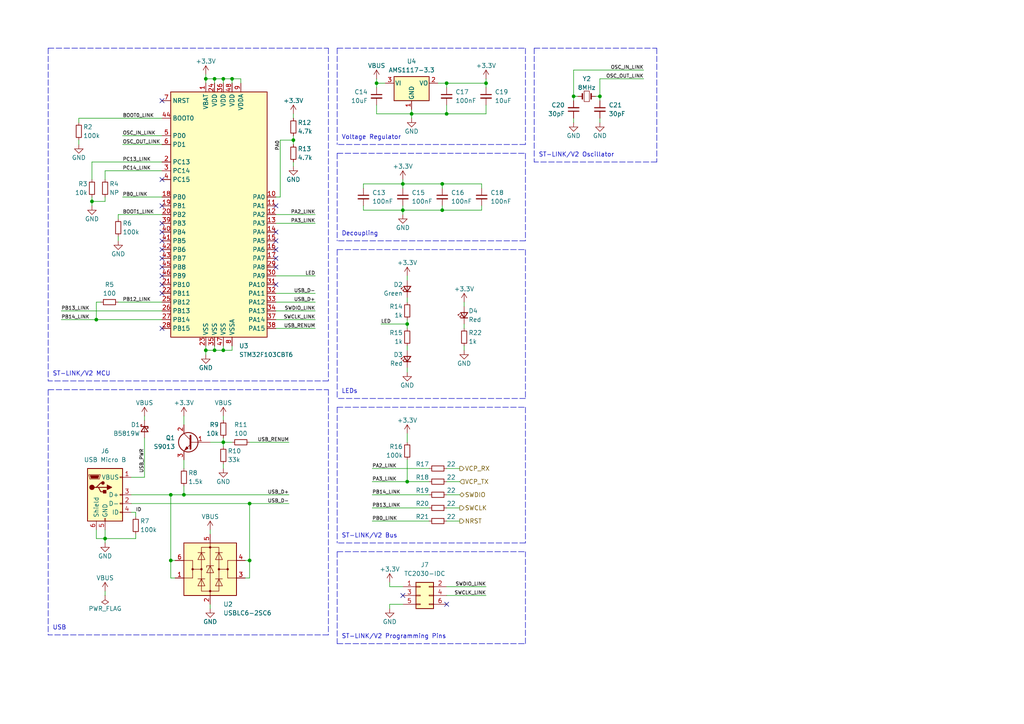
<source format=kicad_sch>
(kicad_sch (version 20211123) (generator eeschema)
  (paper "A4")
  (lib_symbols
    (symbol "Connector:USB_B_Micro" (pin_names (offset 1.016))
      (property "Reference" "J" (at -5.08 11.43 0))
      (property "Value" "USB_B_Micro" (at -5.08 8.89 0))
      (symbol "USB_B_Micro_0_1"
        (rectangle (start -5.08 -7.62) (end 5.08 7.62) (stroke (width 0.254)) (fill (type background)))
        (circle (center -3.81 2.159) (radius 0.635) (stroke (width 0.254)) (fill (type outline)))
        (circle (center -0.635 3.429) (radius 0.381) (stroke (width 0.254)) (fill (type outline)))
        (rectangle (start -0.127 -7.62) (end 0.127 -6.858))
        (polyline (pts (xy -1.905 2.159) (xy 0.635 2.159)) (stroke (width 0.254)))
        (polyline (pts (xy -3.175 2.159) (xy -2.54 2.159) (xy -1.27 3.429) (xy -0.635 3.429)) (stroke (width 0.254)))
        (polyline (pts (xy -2.54 2.159) (xy -1.905 2.159) (xy -1.27 0.889) (xy 0 0.889)) (stroke (width 0.254)))
        (polyline (pts (xy 0.635 2.794) (xy 0.635 1.524) (xy 1.905 2.159) (xy 0.635 2.794)) (stroke (width 0.254)) (fill (type outline)))
        (polyline (pts (xy -4.318 5.588) (xy -1.778 5.588) (xy -2.032 4.826) (xy -4.064 4.826) (xy -4.318 5.588)) (fill (type outline)))
        (polyline (pts (xy -4.699 5.842) (xy -4.699 5.588) (xy -4.445 4.826) (xy -4.445 4.572) (xy -1.651 4.572) (xy -1.651 4.826) (xy -1.397 5.588) (xy -1.397 5.842) (xy -4.699 5.842)))
        (rectangle (start 0.254 1.27) (end -0.508 0.508) (stroke (width 0.254)) (fill (type outline)))
        (rectangle (start 5.08 -5.207) (end 4.318 -4.953))
        (rectangle (start 5.08 -2.667) (end 4.318 -2.413))
        (rectangle (start 5.08 -0.127) (end 4.318 0.127))
        (rectangle (start 5.08 4.953) (end 4.318 5.207))
      )
      (symbol "USB_B_Micro_1_1"
        (pin power_out line (at 7.62 5.08 180) (length 2.54) (name "VBUS") (number "1"))
        (pin bidirectional line (at 7.62 -2.54 180) (length 2.54) (name "D-") (number "2"))
        (pin bidirectional line (at 7.62 0 180) (length 2.54) (name "D+") (number "3"))
        (pin passive line (at 7.62 -5.08 180) (length 2.54) (name "ID") (number "4"))
        (pin power_out line (at 0 -10.16 90) (length 2.54) (name "GND") (number "5"))
        (pin passive line (at -2.54 -10.16 90) (length 2.54) (name "Shield") (number "6"))
      )
    )
    (symbol "Connector_Generic:Conn_02x03_Odd_Even" (pin_names (offset 1.016) hide)
      (property "Reference" "J" (at 1.27 5.08 0))
      (property "Value" "Conn_02x03_Odd_Even" (at 1.27 -5.08 0))
      (symbol "Conn_02x03_Odd_Even_1_1"
        (rectangle (start -1.27 -2.413) (end 0 -2.667) (stroke (width 0.1524)))
        (rectangle (start -1.27 0.127) (end 0 -0.127) (stroke (width 0.1524)))
        (rectangle (start -1.27 2.667) (end 0 2.413) (stroke (width 0.1524)))
        (rectangle (start -1.27 3.81) (end 3.81 -3.81) (stroke (width 0.254)) (fill (type background)))
        (rectangle (start 3.81 -2.413) (end 2.54 -2.667) (stroke (width 0.1524)))
        (rectangle (start 3.81 0.127) (end 2.54 -0.127) (stroke (width 0.1524)))
        (rectangle (start 3.81 2.667) (end 2.54 2.413) (stroke (width 0.1524)))
        (pin passive line (at -5.08 2.54 0) (length 3.81) (name "Pin_1") (number "1"))
        (pin passive line (at 7.62 2.54 180) (length 3.81) (name "Pin_2") (number "2"))
        (pin passive line (at -5.08 0 0) (length 3.81) (name "Pin_3") (number "3"))
        (pin passive line (at 7.62 0 180) (length 3.81) (name "Pin_4") (number "4"))
        (pin passive line (at -5.08 -2.54 0) (length 3.81) (name "Pin_5") (number "5"))
        (pin passive line (at 7.62 -2.54 180) (length 3.81) (name "Pin_6") (number "6"))
      )
    )
    (symbol "Device:C_Small" (pin_numbers hide) (pin_names (offset 0.254) hide)
      (property "Reference" "C" (at 0.254 1.778 0))
      (property "Value" "C_Small" (at 0.254 -2.032 0))
      (symbol "C_Small_0_1"
        (polyline (pts (xy -1.524 -0.508) (xy 1.524 -0.508)) (stroke (width 0.3302)))
        (polyline (pts (xy -1.524 0.508) (xy 1.524 0.508)) (stroke (width 0.3048)))
      )
      (symbol "C_Small_1_1"
        (pin passive line (at 0 2.54 270) (length 2.032) (name "~") (number "1"))
        (pin passive line (at 0 -2.54 90) (length 2.032) (name "~") (number "2"))
      )
    )
    (symbol "Device:Crystal_Small" (pin_numbers hide) (pin_names (offset 1.016) hide)
      (property "Reference" "Y" (at 0 2.54 0))
      (property "Value" "Crystal_Small" (at 0 -2.54 0))
      (symbol "Crystal_Small_0_1"
        (rectangle (start -0.762 -1.524) (end 0.762 1.524))
        (polyline (pts (xy -1.27 -0.762) (xy -1.27 0.762)) (stroke (width 0.381)))
        (polyline (pts (xy 1.27 -0.762) (xy 1.27 0.762)) (stroke (width 0.381)))
      )
      (symbol "Crystal_Small_1_1"
        (pin passive line (at -2.54 0 0) (length 1.27) (name "1") (number "1"))
        (pin passive line (at 2.54 0 180) (length 1.27) (name "2") (number "2"))
      )
    )
    (symbol "Device:D_Schottky_Small" (pin_numbers hide) (pin_names (offset 0.254) hide)
      (property "Reference" "D" (at -1.27 2.032 0))
      (property "Value" "D_Schottky_Small" (at -7.112 -2.032 0))
      (symbol "D_Schottky_Small_0_1"
        (polyline (pts (xy -0.762 0) (xy 0.762 0)))
        (polyline (pts (xy 0.762 -1.016) (xy -0.762 0) (xy 0.762 1.016) (xy 0.762 -1.016)) (stroke (width 0.254)))
        (polyline (pts (xy -1.27 0.762) (xy -1.27 1.016) (xy -0.762 1.016) (xy -0.762 -1.016) (xy -0.254 -1.016) (xy -0.254 -0.762)) (stroke (width 0.254)))
      )
      (symbol "D_Schottky_Small_1_1"
        (pin passive line (at -2.54 0 0) (length 1.778) (name "K") (number "1"))
        (pin passive line (at 2.54 0 180) (length 1.778) (name "A") (number "2"))
      )
    )
    (symbol "Device:LED_Small" (pin_numbers hide) (pin_names (offset 0.254) hide)
      (property "Reference" "D" (at -1.27 3.175 0))
      (property "Value" "LED_Small" (at -4.445 -2.54 0))
      (symbol "LED_Small_0_1"
        (polyline (pts (xy -0.762 -1.016) (xy -0.762 1.016)) (stroke (width 0.254)))
        (polyline (pts (xy 1.016 0) (xy -0.762 0)))
        (polyline (pts (xy 0.762 -1.016) (xy -0.762 0) (xy 0.762 1.016) (xy 0.762 -1.016)) (stroke (width 0.254)))
        (polyline (pts (xy 0 0.762) (xy -0.508 1.27) (xy -0.254 1.27) (xy -0.508 1.27) (xy -0.508 1.016)))
        (polyline (pts (xy 0.508 1.27) (xy 0 1.778) (xy 0.254 1.778) (xy 0 1.778) (xy 0 1.524)))
      )
      (symbol "LED_Small_1_1"
        (pin passive line (at -2.54 0 0) (length 1.778) (name "K") (number "1"))
        (pin passive line (at 2.54 0 180) (length 1.778) (name "A") (number "2"))
      )
    )
    (symbol "Device:Q_NPN_BCE" (pin_names (offset 0) hide)
      (property "Reference" "Q" (at 5.08 1.27 0))
      (property "Value" "Q_NPN_BCE" (at 5.08 -1.27 0))
      (symbol "Q_NPN_BCE_0_1"
        (polyline (pts (xy 0.635 0.635) (xy 2.54 2.54)))
        (polyline (pts (xy 0.635 -0.635) (xy 2.54 -2.54) (xy 2.54 -2.54)))
        (polyline (pts (xy 0.635 1.905) (xy 0.635 -1.905) (xy 0.635 -1.905)) (stroke (width 0.508)))
        (polyline (pts (xy 1.27 -1.778) (xy 1.778 -1.27) (xy 2.286 -2.286) (xy 1.27 -1.778) (xy 1.27 -1.778)) (fill (type outline)))
        (circle (center 1.27 0) (radius 2.8194) (stroke (width 0.254)))
      )
      (symbol "Q_NPN_BCE_1_1"
        (pin input line (at -5.08 0 0) (length 5.715) (name "B") (number "1"))
        (pin passive line (at 2.54 5.08 270) (length 2.54) (name "C") (number "2"))
        (pin passive line (at 2.54 -5.08 90) (length 2.54) (name "E") (number "3"))
      )
    )
    (symbol "Device:R_Small" (pin_numbers hide) (pin_names (offset 0.254) hide)
      (property "Reference" "R" (at 0.762 0.508 0))
      (property "Value" "R_Small" (at 0.762 -1.016 0))
      (symbol "R_Small_0_1"
        (rectangle (start -0.762 1.778) (end 0.762 -1.778) (stroke (width 0.2032)))
      )
      (symbol "R_Small_1_1"
        (pin passive line (at 0 2.54 270) (length 0.762) (name "~") (number "1"))
        (pin passive line (at 0 -2.54 90) (length 0.762) (name "~") (number "2"))
      )
    )
    (symbol "MCU_ST_STM32F1:STM32F103CBTx"
      (property "Reference" "U" (at -15.24 36.83 0))
      (property "Value" "STM32F103CBTx" (at 7.62 36.83 0))
      (symbol "STM32F103CBTx_0_1"
        (rectangle (start -15.24 -35.56) (end 12.7 35.56) (stroke (width 0.254)) (fill (type background)))
      )
      (symbol "STM32F103CBTx_1_1"
        (pin power_in line (at -5.08 38.1 270) (length 2.54) (name "VBAT") (number "1"))
        (pin bidirectional line (at 15.24 5.08 180) (length 2.54) (name "PA0") (number "10"))
        (pin bidirectional line (at 15.24 2.54 180) (length 2.54) (name "PA1") (number "11"))
        (pin bidirectional line (at 15.24 0 180) (length 2.54) (name "PA2") (number "12"))
        (pin bidirectional line (at 15.24 -2.54 180) (length 2.54) (name "PA3") (number "13"))
        (pin bidirectional line (at 15.24 -5.08 180) (length 2.54) (name "PA4") (number "14"))
        (pin bidirectional line (at 15.24 -7.62 180) (length 2.54) (name "PA5") (number "15"))
        (pin bidirectional line (at 15.24 -10.16 180) (length 2.54) (name "PA6") (number "16"))
        (pin bidirectional line (at 15.24 -12.7 180) (length 2.54) (name "PA7") (number "17"))
        (pin bidirectional line (at -17.78 5.08 0) (length 2.54) (name "PB0") (number "18"))
        (pin bidirectional line (at -17.78 2.54 0) (length 2.54) (name "PB1") (number "19"))
        (pin bidirectional line (at -17.78 15.24 0) (length 2.54) (name "PC13") (number "2"))
        (pin bidirectional line (at -17.78 0 0) (length 2.54) (name "PB2") (number "20"))
        (pin bidirectional line (at -17.78 -20.32 0) (length 2.54) (name "PB10") (number "21"))
        (pin bidirectional line (at -17.78 -22.86 0) (length 2.54) (name "PB11") (number "22"))
        (pin power_in line (at -5.08 -38.1 90) (length 2.54) (name "VSS") (number "23"))
        (pin power_in line (at -2.54 38.1 270) (length 2.54) (name "VDD") (number "24"))
        (pin bidirectional line (at -17.78 -25.4 0) (length 2.54) (name "PB12") (number "25"))
        (pin bidirectional line (at -17.78 -27.94 0) (length 2.54) (name "PB13") (number "26"))
        (pin bidirectional line (at -17.78 -30.48 0) (length 2.54) (name "PB14") (number "27"))
        (pin bidirectional line (at -17.78 -33.02 0) (length 2.54) (name "PB15") (number "28"))
        (pin bidirectional line (at 15.24 -15.24 180) (length 2.54) (name "PA8") (number "29"))
        (pin bidirectional line (at -17.78 12.7 0) (length 2.54) (name "PC14") (number "3"))
        (pin bidirectional line (at 15.24 -17.78 180) (length 2.54) (name "PA9") (number "30"))
        (pin bidirectional line (at 15.24 -20.32 180) (length 2.54) (name "PA10") (number "31"))
        (pin bidirectional line (at 15.24 -22.86 180) (length 2.54) (name "PA11") (number "32"))
        (pin bidirectional line (at 15.24 -25.4 180) (length 2.54) (name "PA12") (number "33"))
        (pin bidirectional line (at 15.24 -27.94 180) (length 2.54) (name "PA13") (number "34"))
        (pin power_in line (at -2.54 -38.1 90) (length 2.54) (name "VSS") (number "35"))
        (pin power_in line (at 0 38.1 270) (length 2.54) (name "VDD") (number "36"))
        (pin bidirectional line (at 15.24 -30.48 180) (length 2.54) (name "PA14") (number "37"))
        (pin bidirectional line (at 15.24 -33.02 180) (length 2.54) (name "PA15") (number "38"))
        (pin bidirectional line (at -17.78 -2.54 0) (length 2.54) (name "PB3") (number "39"))
        (pin bidirectional line (at -17.78 10.16 0) (length 2.54) (name "PC15") (number "4"))
        (pin bidirectional line (at -17.78 -5.08 0) (length 2.54) (name "PB4") (number "40"))
        (pin bidirectional line (at -17.78 -7.62 0) (length 2.54) (name "PB5") (number "41"))
        (pin bidirectional line (at -17.78 -10.16 0) (length 2.54) (name "PB6") (number "42"))
        (pin bidirectional line (at -17.78 -12.7 0) (length 2.54) (name "PB7") (number "43"))
        (pin input line (at -17.78 27.94 0) (length 2.54) (name "BOOT0") (number "44"))
        (pin bidirectional line (at -17.78 -15.24 0) (length 2.54) (name "PB8") (number "45"))
        (pin bidirectional line (at -17.78 -17.78 0) (length 2.54) (name "PB9") (number "46"))
        (pin power_in line (at 0 -38.1 90) (length 2.54) (name "VSS") (number "47"))
        (pin power_in line (at 2.54 38.1 270) (length 2.54) (name "VDD") (number "48"))
        (pin input line (at -17.78 22.86 0) (length 2.54) (name "PD0") (number "5"))
        (pin input line (at -17.78 20.32 0) (length 2.54) (name "PD1") (number "6"))
        (pin input line (at -17.78 33.02 0) (length 2.54) (name "NRST") (number "7"))
        (pin power_in line (at 2.54 -38.1 90) (length 2.54) (name "VSSA") (number "8"))
        (pin power_in line (at 5.08 38.1 270) (length 2.54) (name "VDDA") (number "9"))
      )
    )
    (symbol "Power_Protection:USBLC6-2SC6" (pin_names hide)
      (property "Reference" "U" (at 2.54 8.89 0))
      (property "Value" "USBLC6-2SC6" (at 2.54 -8.89 0))
      (symbol "USBLC6-2SC6_0_1"
        (rectangle (start -7.62 -7.62) (end 7.62 7.62) (stroke (width 0.254)) (fill (type background)))
        (circle (center -5.08 0) (radius 0.254) (fill (type outline)))
        (circle (center -2.54 0) (radius 0.254) (fill (type outline)))
        (rectangle (start -2.54 6.35) (end 2.54 -6.35))
        (circle (center 0 -6.35) (radius 0.254) (fill (type outline)))
        (polyline (pts (xy -5.08 -2.54) (xy -7.62 -2.54)))
        (polyline (pts (xy -5.08 0) (xy -5.08 -2.54)))
        (polyline (pts (xy -5.08 2.54) (xy -7.62 2.54)))
        (polyline (pts (xy -1.524 -2.794) (xy -3.556 -2.794)))
        (polyline (pts (xy -1.524 4.826) (xy -3.556 4.826)))
        (polyline (pts (xy 0 -7.62) (xy 0 -6.35)))
        (polyline (pts (xy 0 -6.35) (xy 0 1.27)))
        (polyline (pts (xy 0 1.27) (xy 0 6.35)))
        (polyline (pts (xy 0 6.35) (xy 0 7.62)))
        (polyline (pts (xy 1.524 -2.794) (xy 3.556 -2.794)))
        (polyline (pts (xy 1.524 4.826) (xy 3.556 4.826)))
        (polyline (pts (xy 5.08 -2.54) (xy 7.62 -2.54)))
        (polyline (pts (xy 5.08 0) (xy 5.08 -2.54)))
        (polyline (pts (xy 5.08 2.54) (xy 7.62 2.54)))
        (polyline (pts (xy -2.54 0) (xy -5.08 0) (xy -5.08 2.54)))
        (polyline (pts (xy 2.54 0) (xy 5.08 0) (xy 5.08 2.54)))
        (polyline (pts (xy -3.556 -4.826) (xy -1.524 -4.826) (xy -2.54 -2.794) (xy -3.556 -4.826)))
        (polyline (pts (xy -3.556 2.794) (xy -1.524 2.794) (xy -2.54 4.826) (xy -3.556 2.794)))
        (polyline (pts (xy -1.016 -1.016) (xy 1.016 -1.016) (xy 0 1.016) (xy -1.016 -1.016)))
        (polyline (pts (xy 1.016 1.016) (xy 0.762 1.016) (xy -1.016 1.016) (xy -1.016 0.508)))
        (polyline (pts (xy 3.556 -4.826) (xy 1.524 -4.826) (xy 2.54 -2.794) (xy 3.556 -4.826)))
        (polyline (pts (xy 3.556 2.794) (xy 1.524 2.794) (xy 2.54 4.826) (xy 3.556 2.794)))
        (circle (center 0 6.35) (radius 0.254) (fill (type outline)))
        (circle (center 2.54 0) (radius 0.254) (fill (type outline)))
        (circle (center 5.08 0) (radius 0.254) (fill (type outline)))
      )
      (symbol "USBLC6-2SC6_1_1"
        (pin passive line (at -10.16 -2.54 0) (length 2.54) (name "I/O1") (number "1"))
        (pin passive line (at 0 -10.16 90) (length 2.54) (name "GND") (number "2"))
        (pin passive line (at 10.16 -2.54 180) (length 2.54) (name "I/O2") (number "3"))
        (pin passive line (at 10.16 2.54 180) (length 2.54) (name "I/O2") (number "4"))
        (pin passive line (at 0 10.16 270) (length 2.54) (name "VBUS") (number "5"))
        (pin passive line (at -10.16 2.54 0) (length 2.54) (name "I/O1") (number "6"))
      )
    )
    (symbol "Regulator_Linear:AMS1117-3.3" (pin_names (offset 0.254))
      (property "Reference" "U" (at -3.81 3.175 0))
      (property "Value" "AMS1117-3.3" (at 0 3.175 0))
      (symbol "AMS1117-3.3_0_1"
        (rectangle (start -5.08 -5.08) (end 5.08 1.905) (stroke (width 0.254)) (fill (type background)))
      )
      (symbol "AMS1117-3.3_1_1"
        (pin power_in line (at 0 -7.62 90) (length 2.54) (name "GND") (number "1"))
        (pin power_out line (at 7.62 0 180) (length 2.54) (name "VO") (number "2"))
        (pin power_in line (at -7.62 0 0) (length 2.54) (name "VI") (number "3"))
      )
    )
    (symbol "power:+3.3V" (power) (pin_names (offset 0))
      (property "Value" "+3.3V" (at 0 3.556 0))
      (symbol "+3.3V_0_1"
        (polyline (pts (xy -0.762 1.27) (xy 0 2.54)))
        (polyline (pts (xy 0 0) (xy 0 2.54)))
        (polyline (pts (xy 0 2.54) (xy 0.762 1.27)))
      )
      (symbol "+3.3V_1_1"
        (pin power_in line (at 0 0 90) (length 0) hide (name "+3.3V") (number "1"))
      )
    )
    (symbol "power:GND" (power) (pin_names (offset 0))
      (property "Value" "GND" (at 0 -3.81 0))
      (symbol "GND_0_1"
        (polyline (pts (xy 0 0) (xy 0 -1.27) (xy 1.27 -1.27) (xy 0 -2.54) (xy -1.27 -1.27) (xy 0 -1.27)))
      )
      (symbol "GND_1_1"
        (pin power_in line (at 0 0 270) (length 0) hide (name "GND") (number "1"))
      )
    )
    (symbol "power:PWR_FLAG" (power) (pin_numbers hide) (pin_names (offset 0) hide)
      (property "Value" "PWR_FLAG" (at 0 3.81 0))
      (symbol "PWR_FLAG_0_0"
        (pin power_out line (at 0 0 90) (length 0) (name "pwr") (number "1"))
      )
      (symbol "PWR_FLAG_0_1"
        (polyline (pts (xy 0 0) (xy 0 1.27) (xy -1.016 1.905) (xy 0 2.54) (xy 1.016 1.905) (xy 0 1.27)))
      )
    )
    (symbol "power:VBUS" (power) (pin_names (offset 0))
      (property "Value" "VBUS" (at 0 3.81 0))
      (symbol "VBUS_0_1"
        (polyline (pts (xy -0.762 1.27) (xy 0 2.54)))
        (polyline (pts (xy 0 0) (xy 0 2.54)))
        (polyline (pts (xy 0 2.54) (xy 0.762 1.27)))
      )
      (symbol "VBUS_1_1"
        (pin power_in line (at 0 0 90) (length 0) hide (name "VBUS") (number "1"))
      )
    )
  )
  (junction (at 49.53 143.51))
  (junction (at 64.77 128.27))
  (junction (at 62.23 101.6))
  (junction (at 116.84 60.96))
  (junction (at 118.11 139.7))
  (junction (at 30.48 156.21))
  (junction (at 129.54 24.13))
  (junction (at 62.23 22.86))
  (junction (at 109.22 24.13))
  (junction (at 85.09 40.64))
  (junction (at 26.67 58.42))
  (junction (at 173.99 27.94))
  (junction (at 72.39 162.56))
  (junction (at 129.54 33.02))
  (junction (at 166.37 27.94))
  (junction (at 59.69 101.6))
  (junction (at 128.27 53.34))
  (junction (at 67.31 22.86))
  (junction (at 64.77 22.86))
  (junction (at 53.34 143.51))
  (junction (at 119.38 33.02))
  (junction (at 27.94 92.71))
  (junction (at 64.77 101.6))
  (junction (at 72.39 146.05))
  (junction (at 49.53 162.56))
  (junction (at 59.69 22.86))
  (junction (at 118.11 93.98))
  (junction (at 140.97 24.13))
  (junction (at 116.84 53.34))
  (junction (at 128.27 60.96))
  (no_connect (at 46.99 85.09))
  (no_connect (at 116.84 172.72))
  (no_connect (at 46.99 72.39))
  (no_connect (at 46.99 82.55))
  (no_connect (at 129.54 175.26))
  (no_connect (at 80.01 69.85))
  (no_connect (at 46.99 59.69))
  (no_connect (at 80.01 77.47))
  (no_connect (at 46.99 74.93))
  (no_connect (at 46.99 95.25))
  (no_connect (at 46.99 67.31))
  (no_connect (at 46.99 64.77))
  (no_connect (at 80.01 67.31))
  (no_connect (at 80.01 72.39))
  (no_connect (at 80.01 59.69))
  (no_connect (at 46.99 80.01))
  (no_connect (at 80.01 82.55))
  (no_connect (at 46.99 29.21))
  (no_connect (at 80.01 74.93))
  (no_connect (at 46.99 69.85))
  (no_connect (at 46.99 77.47))
  (no_connect (at 46.99 52.07))
  (wire (pts (xy 85.09 40.64) (xy 85.09 41.91)))
  (wire (pts (xy 64.77 134.62) (xy 64.77 135.89)))
  (wire (pts (xy 80.01 87.63) (xy 91.44 87.63)))
  (wire (pts (xy 62.23 100.33) (xy 62.23 101.6)))
  (wire (pts (xy 173.99 22.86) (xy 173.99 27.94)))
  (wire (pts (xy 26.67 46.99) (xy 26.67 52.07)))
  (polyline (pts (xy 152.4 41.91) (xy 97.79 41.91)))
  (wire (pts (xy 27.94 92.71) (xy 46.99 92.71)))
  (wire (pts (xy 129.54 139.7) (xy 133.35 139.7)))
  (wire (pts (xy 62.23 22.86) (xy 64.77 22.86)))
  (polyline (pts (xy 152.4 118.11) (xy 152.4 157.48)))
  (wire (pts (xy 140.97 24.13) (xy 140.97 25.4)))
  (wire (pts (xy 59.69 100.33) (xy 59.69 101.6)))
  (wire (pts (xy 59.69 24.13) (xy 59.69 22.86)))
  (polyline (pts (xy 97.79 186.69) (xy 152.4 186.69)))
  (wire (pts (xy 39.37 148.59) (xy 39.37 149.86)))
  (wire (pts (xy 64.77 127) (xy 64.77 128.27)))
  (wire (pts (xy 116.84 60.96) (xy 116.84 62.23)))
  (wire (pts (xy 105.41 60.96) (xy 116.84 60.96)))
  (wire (pts (xy 118.11 133.35) (xy 118.11 139.7)))
  (wire (pts (xy 53.34 143.51) (xy 83.82 143.51)))
  (wire (pts (xy 118.11 100.33) (xy 118.11 101.6)))
  (polyline (pts (xy 190.5 13.97) (xy 190.5 46.99)))
  (wire (pts (xy 118.11 139.7) (xy 124.46 139.7)))
  (wire (pts (xy 186.69 20.32) (xy 166.37 20.32)))
  (wire (pts (xy 30.48 153.67) (xy 30.48 156.21)))
  (wire (pts (xy 72.39 146.05) (xy 83.82 146.05)))
  (wire (pts (xy 27.94 153.67) (xy 27.94 156.21)))
  (wire (pts (xy 116.84 52.07) (xy 116.84 53.34)))
  (wire (pts (xy 53.34 140.97) (xy 53.34 143.51)))
  (polyline (pts (xy 13.97 13.97) (xy 95.25 13.97)))
  (wire (pts (xy 53.34 133.35) (xy 53.34 135.89)))
  (polyline (pts (xy 97.79 160.02) (xy 152.4 160.02)))
  (polyline (pts (xy 95.25 184.15) (xy 13.97 184.15)))
  (wire (pts (xy 139.7 53.34) (xy 139.7 54.61)))
  (polyline (pts (xy 13.97 113.03) (xy 95.25 113.03)))
  (wire (pts (xy 17.78 90.17) (xy 46.99 90.17)))
  (polyline (pts (xy 97.79 118.11) (xy 97.79 157.48)))
  (wire (pts (xy 72.39 162.56) (xy 72.39 167.64)))
  (wire (pts (xy 64.77 128.27) (xy 67.31 128.27)))
  (wire (pts (xy 60.96 175.26) (xy 60.96 176.53)))
  (wire (pts (xy 129.54 135.89) (xy 133.35 135.89)))
  (wire (pts (xy 30.48 171.45) (xy 30.48 172.72)))
  (wire (pts (xy 85.09 39.37) (xy 85.09 40.64)))
  (wire (pts (xy 134.62 93.98) (xy 134.62 95.25)))
  (wire (pts (xy 49.53 162.56) (xy 49.53 167.64)))
  (wire (pts (xy 105.41 54.61) (xy 105.41 53.34)))
  (wire (pts (xy 41.91 120.65) (xy 41.91 121.92)))
  (wire (pts (xy 107.95 135.89) (xy 124.46 135.89)))
  (polyline (pts (xy 154.94 13.97) (xy 190.5 13.97)))
  (wire (pts (xy 59.69 101.6) (xy 59.69 102.87)))
  (wire (pts (xy 80.01 95.25) (xy 91.44 95.25)))
  (polyline (pts (xy 152.4 186.69) (xy 152.4 160.02)))
  (wire (pts (xy 109.22 30.48) (xy 109.22 33.02)))
  (wire (pts (xy 71.12 167.64) (xy 72.39 167.64)))
  (wire (pts (xy 30.48 49.53) (xy 30.48 52.07)))
  (wire (pts (xy 38.1 143.51) (xy 49.53 143.51)))
  (wire (pts (xy 107.95 139.7) (xy 118.11 139.7)))
  (wire (pts (xy 64.77 22.86) (xy 67.31 22.86)))
  (polyline (pts (xy 154.94 13.97) (xy 154.94 46.99)))
  (wire (pts (xy 53.34 120.65) (xy 53.34 123.19)))
  (wire (pts (xy 129.54 33.02) (xy 140.97 33.02)))
  (wire (pts (xy 26.67 46.99) (xy 46.99 46.99)))
  (wire (pts (xy 29.21 87.63) (xy 27.94 87.63)))
  (wire (pts (xy 166.37 27.94) (xy 167.64 27.94)))
  (wire (pts (xy 119.38 33.02) (xy 119.38 34.29)))
  (wire (pts (xy 67.31 101.6) (xy 67.31 100.33)))
  (wire (pts (xy 140.97 30.48) (xy 140.97 33.02)))
  (wire (pts (xy 116.84 170.18) (xy 113.03 170.18)))
  (wire (pts (xy 81.28 40.64) (xy 81.28 57.15)))
  (wire (pts (xy 173.99 34.29) (xy 173.99 35.56)))
  (wire (pts (xy 49.53 143.51) (xy 53.34 143.51)))
  (polyline (pts (xy 97.79 44.45) (xy 152.4 44.45)))
  (wire (pts (xy 17.78 92.71) (xy 27.94 92.71)))
  (wire (pts (xy 113.03 168.91) (xy 113.03 170.18)))
  (polyline (pts (xy 152.4 115.57) (xy 97.79 115.57)))
  (polyline (pts (xy 190.5 46.99) (xy 154.94 46.99)))
  (polyline (pts (xy 152.4 157.48) (xy 97.79 157.48)))
  (wire (pts (xy 64.77 22.86) (xy 64.77 24.13)))
  (wire (pts (xy 27.94 87.63) (xy 27.94 92.71)))
  (wire (pts (xy 49.53 143.51) (xy 49.53 162.56)))
  (wire (pts (xy 116.84 175.26) (xy 113.03 175.26)))
  (wire (pts (xy 67.31 22.86) (xy 67.31 24.13)))
  (wire (pts (xy 116.84 53.34) (xy 116.84 54.61)))
  (wire (pts (xy 50.8 167.64) (xy 49.53 167.64)))
  (wire (pts (xy 172.72 27.94) (xy 173.99 27.94)))
  (wire (pts (xy 30.48 156.21) (xy 39.37 156.21)))
  (wire (pts (xy 80.01 57.15) (xy 81.28 57.15)))
  (wire (pts (xy 60.96 128.27) (xy 64.77 128.27)))
  (polyline (pts (xy 97.79 13.97) (xy 97.79 41.91)))
  (wire (pts (xy 81.28 40.64) (xy 85.09 40.64)))
  (wire (pts (xy 22.86 34.29) (xy 22.86 35.56)))
  (wire (pts (xy 59.69 22.86) (xy 62.23 22.86)))
  (wire (pts (xy 34.29 68.58) (xy 34.29 69.85)))
  (polyline (pts (xy 97.79 160.02) (xy 97.79 186.69)))
  (wire (pts (xy 118.11 80.01) (xy 118.11 81.28)))
  (wire (pts (xy 38.1 148.59) (xy 39.37 148.59)))
  (wire (pts (xy 118.11 125.73) (xy 118.11 128.27)))
  (wire (pts (xy 109.22 24.13) (xy 109.22 25.4)))
  (wire (pts (xy 64.77 120.65) (xy 64.77 121.92)))
  (wire (pts (xy 35.56 57.15) (xy 46.99 57.15)))
  (wire (pts (xy 116.84 59.69) (xy 116.84 60.96)))
  (polyline (pts (xy 152.4 44.45) (xy 152.4 69.85)))
  (wire (pts (xy 129.54 151.13) (xy 133.35 151.13)))
  (wire (pts (xy 69.85 22.86) (xy 69.85 24.13)))
  (wire (pts (xy 22.86 40.64) (xy 22.86 41.91)))
  (wire (pts (xy 30.48 49.53) (xy 46.99 49.53)))
  (wire (pts (xy 67.31 22.86) (xy 69.85 22.86)))
  (wire (pts (xy 64.77 128.27) (xy 64.77 129.54)))
  (wire (pts (xy 64.77 101.6) (xy 67.31 101.6)))
  (wire (pts (xy 173.99 27.94) (xy 173.99 29.21)))
  (wire (pts (xy 116.84 53.34) (xy 128.27 53.34)))
  (wire (pts (xy 186.69 22.86) (xy 173.99 22.86)))
  (wire (pts (xy 166.37 34.29) (xy 166.37 35.56)))
  (wire (pts (xy 107.95 147.32) (xy 124.46 147.32)))
  (wire (pts (xy 60.96 153.67) (xy 60.96 154.94)))
  (polyline (pts (xy 97.79 72.39) (xy 97.79 115.57)))
  (wire (pts (xy 30.48 58.42) (xy 26.67 58.42)))
  (wire (pts (xy 27.94 156.21) (xy 30.48 156.21)))
  (wire (pts (xy 72.39 146.05) (xy 72.39 162.56)))
  (wire (pts (xy 118.11 106.68) (xy 118.11 107.95)))
  (wire (pts (xy 41.91 127) (xy 41.91 138.43)))
  (wire (pts (xy 35.56 39.37) (xy 46.99 39.37)))
  (polyline (pts (xy 97.79 118.11) (xy 152.4 118.11)))
  (wire (pts (xy 118.11 86.36) (xy 118.11 87.63)))
  (wire (pts (xy 139.7 60.96) (xy 139.7 59.69)))
  (wire (pts (xy 110.49 93.98) (xy 118.11 93.98)))
  (wire (pts (xy 38.1 138.43) (xy 41.91 138.43)))
  (wire (pts (xy 22.86 34.29) (xy 46.99 34.29)))
  (wire (pts (xy 30.48 156.21) (xy 30.48 157.48)))
  (polyline (pts (xy 97.79 44.45) (xy 97.79 69.85)))
  (wire (pts (xy 80.01 85.09) (xy 91.44 85.09)))
  (wire (pts (xy 113.03 175.26) (xy 113.03 176.53)))
  (wire (pts (xy 129.54 143.51) (xy 133.35 143.51)))
  (wire (pts (xy 85.09 33.02) (xy 85.09 34.29)))
  (polyline (pts (xy 152.4 72.39) (xy 152.4 115.57)))
  (wire (pts (xy 128.27 53.34) (xy 139.7 53.34)))
  (wire (pts (xy 62.23 22.86) (xy 62.23 24.13)))
  (polyline (pts (xy 95.25 110.49) (xy 13.97 110.49)))
  (polyline (pts (xy 13.97 13.97) (xy 13.97 110.49)))
  (wire (pts (xy 166.37 20.32) (xy 166.37 27.94)))
  (wire (pts (xy 166.37 29.21) (xy 166.37 27.94)))
  (wire (pts (xy 80.01 90.17) (xy 91.44 90.17)))
  (wire (pts (xy 127 24.13) (xy 129.54 24.13)))
  (wire (pts (xy 71.12 162.56) (xy 72.39 162.56)))
  (wire (pts (xy 116.84 60.96) (xy 128.27 60.96)))
  (wire (pts (xy 59.69 21.59) (xy 59.69 22.86)))
  (wire (pts (xy 26.67 57.15) (xy 26.67 58.42)))
  (wire (pts (xy 128.27 53.34) (xy 128.27 54.61)))
  (wire (pts (xy 49.53 162.56) (xy 50.8 162.56)))
  (wire (pts (xy 119.38 33.02) (xy 129.54 33.02)))
  (wire (pts (xy 30.48 57.15) (xy 30.48 58.42)))
  (wire (pts (xy 134.62 100.33) (xy 134.62 101.6)))
  (wire (pts (xy 80.01 64.77) (xy 91.44 64.77)))
  (polyline (pts (xy 95.25 13.97) (xy 95.25 110.49)))
  (polyline (pts (xy 97.79 13.97) (xy 152.4 13.97)))
  (wire (pts (xy 85.09 46.99) (xy 85.09 48.26)))
  (wire (pts (xy 128.27 59.69) (xy 128.27 60.96)))
  (wire (pts (xy 80.01 62.23) (xy 91.44 62.23)))
  (wire (pts (xy 107.95 151.13) (xy 124.46 151.13)))
  (wire (pts (xy 39.37 154.94) (xy 39.37 156.21)))
  (wire (pts (xy 35.56 41.91) (xy 46.99 41.91)))
  (polyline (pts (xy 13.97 113.03) (xy 13.97 184.15)))
  (wire (pts (xy 34.29 62.23) (xy 46.99 62.23)))
  (wire (pts (xy 107.95 143.51) (xy 124.46 143.51)))
  (polyline (pts (xy 97.79 72.39) (xy 152.4 72.39)))
  (wire (pts (xy 34.29 87.63) (xy 46.99 87.63)))
  (wire (pts (xy 129.54 147.32) (xy 133.35 147.32)))
  (wire (pts (xy 119.38 31.75) (xy 119.38 33.02)))
  (wire (pts (xy 34.29 62.23) (xy 34.29 63.5)))
  (wire (pts (xy 134.62 87.63) (xy 134.62 88.9)))
  (wire (pts (xy 129.54 170.18) (xy 140.97 170.18)))
  (wire (pts (xy 129.54 24.13) (xy 129.54 25.4)))
  (wire (pts (xy 129.54 30.48) (xy 129.54 33.02)))
  (polyline (pts (xy 95.25 113.03) (xy 95.25 184.15)))
  (polyline (pts (xy 152.4 13.97) (xy 152.4 41.91)))
  (wire (pts (xy 62.23 101.6) (xy 64.77 101.6)))
  (wire (pts (xy 26.67 58.42) (xy 26.67 59.69)))
  (wire (pts (xy 129.54 172.72) (xy 140.97 172.72)))
  (wire (pts (xy 72.39 128.27) (xy 83.82 128.27)))
  (polyline (pts (xy 152.4 69.85) (xy 97.79 69.85)))
  (wire (pts (xy 64.77 100.33) (xy 64.77 101.6)))
  (wire (pts (xy 80.01 92.71) (xy 91.44 92.71)))
  (wire (pts (xy 118.11 92.71) (xy 118.11 93.98)))
  (wire (pts (xy 59.69 101.6) (xy 62.23 101.6)))
  (wire (pts (xy 128.27 60.96) (xy 139.7 60.96)))
  (wire (pts (xy 80.01 80.01) (xy 91.44 80.01)))
  (wire (pts (xy 140.97 22.86) (xy 140.97 24.13)))
  (wire (pts (xy 118.11 93.98) (xy 118.11 95.25)))
  (wire (pts (xy 109.22 24.13) (xy 111.76 24.13)))
  (wire (pts (xy 105.41 59.69) (xy 105.41 60.96)))
  (wire (pts (xy 38.1 146.05) (xy 72.39 146.05)))
  (wire (pts (xy 119.38 33.02) (xy 109.22 33.02)))
  (wire (pts (xy 105.41 53.34) (xy 116.84 53.34)))
  (wire (pts (xy 109.22 22.86) (xy 109.22 24.13)))
  (wire (pts (xy 129.54 24.13) (xy 140.97 24.13)))
  (text "Voltage Regulator" (at 99.06 40.64 0) (effects (font (size 1.27 1.27)) (justify left bottom)))
  (text "ST-LINK/V2 Programming Pins" (at 99.06 185.42 0) (effects (font (size 1.27 1.27)) (justify left bottom)))
  (text "USB" (at 15.24 182.88 0) (effects (font (size 1.27 1.27)) (justify left bottom)))
  (text "ST-LINK/V2 MCU" (at 15.24 109.22 0) (effects (font (size 1.27 1.27)) (justify left bottom)))
  (text "ST-LINK/V2 Bus" (at 99.06 156.21 0) (effects (font (size 1.27 1.27)) (justify left bottom)))
  (text "LEDs" (at 99.06 114.3 0) (effects (font (size 1.27 1.27)) (justify left bottom)))
  (text "Decoupling" (at 99.06 68.58 0) (effects (font (size 1.27 1.27)) (justify left bottom)))
  (text "ST-LINK/V2 Oscillator" (at 156.21 45.72 0) (effects (font (size 1.27 1.27)) (justify left bottom)))
  (label "PB14_LINK" (at 107.95 143.51 0) (effects (font (size 1 1))))
  (label "PB14_LINK" (at 17.78 92.71 0) (effects (font (size 1 1))))
  (label "BOOT1_LINK" (at 35.56 62.23 0) (effects (font (size 1 1))))
  (label "USB_D-" (at 91.44 85.09 180) (effects (font (size 1 1))))
  (label "SWCLK_LINK" (at 91.44 92.71 180) (effects (font (size 1 1))))
  (label "SWCLK_LINK" (at 140.97 172.72 180) (effects (font (size 1 1))))
  (label "LED" (at 110.49 93.98 0) (effects (font (size 1 1))))
  (label "PB13_LINK" (at 107.95 147.32 0) (effects (font (size 1 1))))
  (label "USB_RENUM" (at 83.82 128.27 180) (effects (font (size 1 1))))
  (label "BOOT0_LINK" (at 35.56 34.29 0) (effects (font (size 1 1))))
  (label "PC13_LINK" (at 35.56 46.99 0) (effects (font (size 1 1))))
  (label "USB_D+" (at 83.82 143.51 180) (effects (font (size 1 1))))
  (label "OSC_OUT_LINK" (at 35.56 41.91 0) (effects (font (size 1 1))))
  (label "LED" (at 91.44 80.01 180) (effects (font (size 1 1))))
  (label "PA3_LINK" (at 107.95 139.7 0) (effects (font (size 1 1))))
  (label "SWDIO_LINK" (at 91.44 90.17 180) (effects (font (size 1 1))))
  (label "USB_D-" (at 83.82 146.05 180) (effects (font (size 1 1))))
  (label "PB0_LINK" (at 107.95 151.13 0) (effects (font (size 1 1))))
  (label "OSC_IN_LINK" (at 35.56 39.37 0) (effects (font (size 1 1))))
  (label "USB_RENUM" (at 91.44 95.25 180) (effects (font (size 1 1))))
  (label "PA0" (at 81.28 40.64 270) (effects (font (size 1 1))))
  (label "OSC_IN_LINK" (at 186.69 20.32 180) (effects (font (size 1 1))))
  (label "SWDIO_LINK" (at 140.97 170.18 180) (effects (font (size 1 1))))
  (label "PC14_LINK" (at 35.56 49.53 0) (effects (font (size 1 1))))
  (label "PB0_LINK" (at 35.56 57.15 0) (effects (font (size 1 1))))
  (label "PA3_LINK" (at 91.44 64.77 180) (effects (font (size 1 1))))
  (label "ID" (at 39.37 148.59 0) (effects (font (size 1 1))))
  (label "USB_PWR" (at 41.91 137.16 90) (effects (font (size 1 1))))
  (label "OSC_OUT_LINK" (at 186.69 22.86 180) (effects (font (size 1 1))))
  (label "PB12_LINK" (at 35.56 87.63 0) (effects (font (size 1 1))))
  (label "USB_D+" (at 91.44 87.63 180) (effects (font (size 1 1))))
  (label "PB13_LINK" (at 17.78 90.17 0) (effects (font (size 1 1))))
  (label "PA2_LINK" (at 107.95 135.89 0) (effects (font (size 1 1))))
  (label "PA2_LINK" (at 91.44 62.23 180) (effects (font (size 1 1))))
  (hierarchical_label "VCP_RX" (shape output) (at 133.35 135.89 0))
  (hierarchical_label "VCP_TX" (shape input) (at 133.35 139.7 0))
  (hierarchical_label "SWCLK" (shape output) (at 133.35 147.32 0))
  (hierarchical_label "NRST" (shape output) (at 133.35 151.13 0))
  (hierarchical_label "SWDIO" (shape bidirectional) (at 133.35 143.51 0))
  (symbol (lib_id "Device:C_Small") (at 139.7 57.15 0) (unit 1)
    (property "Reference" "C18" (at 142.24 55.88 0) (effects (justify left)))
    (property "Value" "100nF" (at 142.24 58.42 0) (effects (justify left)))
    (property "Footprint" "Capacitor_SMD:C_0603_1608Metric" (effects hide))
  )
  (symbol (lib_id "Device:R_Small") (at 22.86 38.1 0) (unit 1)
    (property "Reference" "R2" (at 24.13 36.83 0) (effects (justify left)))
    (property "Value" "100k" (at 24.13 39.37 0) (effects (justify left)))
    (property "Footprint" "Resistor_SMD:R_0603_1608Metric" (effects hide))
  )
  (symbol (lib_id "power:PWR_FLAG") (at 30.48 172.72 0) (mirror x) (unit 1)
    (property "Reference" "#FLG03" (effects hide))
    (property "Value" "PWR_FLAG" (at 30.48 176.53 0))
  )
  (symbol (lib_id "power:GND") (at 60.96 176.53 0) (unit 1)
    (property "Reference" "#PWR036" (effects hide))
    (property "Value" "GND" (at 60.96 180.34 0))
  )
  (symbol (lib_id "Device:LED_Small") (at 118.11 83.82 90) (unit 1)
    (property "Reference" "D2" (at 116.84 82.55 90) (effects (justify left)))
    (property "Value" "Green" (at 116.84 85.09 90) (effects (justify left)))
    (property "Footprint" "LED_SMD:LED_0603_1608Metric" (effects hide))
    (property "LCSC" "C72043" (effects hide))
  )
  (symbol (lib_id "Device:R_Small") (at 34.29 66.04 0) (unit 1)
    (property "Reference" "R6" (at 35.56 64.77 0) (effects (justify left)))
    (property "Value" "100k" (at 35.56 67.31 0) (effects (justify left)))
    (property "Footprint" "Resistor_SMD:R_0603_1608Metric" (effects hide))
  )
  (symbol (lib_id "power:+3.3V") (at 118.11 125.73 0) (unit 1)
    (property "Reference" "#PWR048" (effects hide))
    (property "Value" "+3.3V" (at 118.11 121.92 0))
  )
  (symbol (lib_id "Connector_Generic:Conn_02x03_Odd_Even") (at 121.92 172.72 0) (unit 1) (in_bom no)
    (property "Reference" "J7" (at 123.19 163.83 0))
    (property "Value" "TC2030-IDC" (at 123.19 166.37 0))
    (property "Footprint" "Connector:Tag-Connect_TC2030-IDC-NL_2x03_P1.27mm_Vertical" (effects hide))
  )
  (symbol (lib_id "Device:R_Small") (at 127 151.13 90) (unit 1)
    (property "Reference" "R21" (at 124.46 149.86 90) (effects (justify left)))
    (property "Value" "22" (at 129.54 149.86 90) (effects (justify right)))
    (property "Footprint" "Resistor_SMD:R_0603_1608Metric" (effects hide))
  )
  (symbol (lib_id "Device:R_Small") (at 127 135.89 90) (unit 1)
    (property "Reference" "R17" (at 124.46 134.62 90) (effects (justify left)))
    (property "Value" "22" (at 129.54 134.62 90) (effects (justify right)))
    (property "Footprint" "Resistor_SMD:R_0603_1608Metric" (effects hide))
  )
  (symbol (lib_id "power:GND") (at 85.09 48.26 0) (unit 1)
    (property "Reference" "#PWR040" (effects hide))
    (property "Value" "GND" (at 85.09 52.07 0))
  )
  (symbol (lib_id "Device:R_Small") (at 64.77 132.08 0) (unit 1)
    (property "Reference" "R10" (at 66.04 130.81 0) (effects (justify left)))
    (property "Value" "33k" (at 66.04 133.35 0) (effects (justify left)))
    (property "Footprint" "Resistor_SMD:R_0603_1608Metric" (effects hide))
  )
  (symbol (lib_id "power:GND") (at 118.11 107.95 0) (unit 1)
    (property "Reference" "#PWR047" (effects hide))
    (property "Value" "GND" (at 118.11 111.76 0))
  )
  (symbol (lib_id "power:GND") (at 26.67 59.69 0) (unit 1)
    (property "Reference" "#PWR027" (effects hide))
    (property "Value" "GND" (at 26.67 63.5 0))
  )
  (symbol (lib_id "Device:R_Small") (at 85.09 44.45 0) (unit 1)
    (property "Reference" "R13" (at 86.36 43.18 0) (effects (justify left)))
    (property "Value" "4.7k" (at 86.36 45.72 0) (effects (justify left)))
    (property "Footprint" "Resistor_SMD:R_0603_1608Metric" (effects hide))
  )
  (symbol (lib_id "Device:C_Small") (at 128.27 57.15 0) (unit 1)
    (property "Reference" "C16" (at 130.81 55.88 0) (effects (justify left)))
    (property "Value" "100nF" (at 130.81 58.42 0) (effects (justify left)))
    (property "Footprint" "Capacitor_SMD:C_0603_1608Metric" (effects hide))
  )
  (symbol (lib_id "Device:R_Small") (at 53.34 138.43 0) (unit 1)
    (property "Reference" "R8" (at 54.61 137.16 0) (effects (justify left)))
    (property "Value" "1.5k" (at 54.61 139.7 0) (effects (justify left)))
    (property "Footprint" "Resistor_SMD:R_0603_1608Metric" (effects hide))
  )
  (symbol (lib_id "power:GND") (at 119.38 34.29 0) (unit 1)
    (property "Reference" "#PWR049" (effects hide))
    (property "Value" "GND" (at 119.38 38.1 0))
  )
  (symbol (lib_id "power:GND") (at 22.86 41.91 0) (unit 1)
    (property "Reference" "#PWR026" (effects hide))
    (property "Value" "GND" (at 22.86 45.72 0))
  )
  (symbol (lib_id "power:+3.3V") (at 53.34 120.65 0) (unit 1)
    (property "Reference" "#PWR032" (effects hide))
    (property "Value" "+3.3V" (at 53.34 116.84 0))
  )
  (symbol (lib_id "power:VBUS") (at 30.48 171.45 0) (unit 1)
    (property "Reference" "#PWR029" (effects hide))
    (property "Value" "VBUS" (at 30.48 167.64 0))
  )
  (symbol (lib_id "Connector:USB_B_Micro") (at 30.48 143.51 0) (unit 1)
    (property "Reference" "J6" (at 30.48 130.81 0))
    (property "Value" "USB Micro B" (at 30.48 133.35 0))
    (property "Footprint" "Connector_USB:USB_Micro-B_Molex-105017-0001" (effects hide))
    (property "Datasheet" "https://www.molex.com/pdm_docs/sd/1050170001_sd.pdf" (effects hide))
    (property "LCSC" "C136000" (effects hide))
  )
  (symbol (lib_id "Device:R_Small") (at 26.67 54.61 0) (mirror x) (unit 1)
    (property "Reference" "R3" (at 25.4 53.34 0) (effects (justify right)))
    (property "Value" "10k" (at 25.4 55.88 0) (effects (justify right)))
    (property "Footprint" "Resistor_SMD:R_0603_1608Metric" (effects hide))
  )
  (symbol (lib_id "power:GND") (at 30.48 157.48 0) (unit 1)
    (property "Reference" "#PWR028" (effects hide))
    (property "Value" "GND" (at 30.48 161.29 0))
  )
  (symbol (lib_id "power:+3.3V") (at 113.03 168.91 0) (unit 1)
    (property "Reference" "#PWR042" (effects hide))
    (property "Value" "+3.3V" (at 113.03 165.1 0))
  )
  (symbol (lib_id "Device:Q_NPN_BCE") (at 55.88 128.27 0) (mirror y) (unit 1)
    (property "Reference" "Q1" (at 50.8 127 0) (effects (justify left)))
    (property "Value" "S9013" (at 50.8 129.54 0) (effects (justify left)))
    (property "Footprint" "Package_TO_SOT_SMD:SOT-23" (effects hide))
    (property "LCSC" "C6749" (effects hide))
  )
  (symbol (lib_id "power:GND") (at 166.37 35.56 0) (unit 1)
    (property "Reference" "#PWR053" (effects hide))
    (property "Value" "GND" (at 166.37 39.37 0))
  )
  (symbol (lib_id "power:VBUS") (at 64.77 120.65 0) (unit 1)
    (property "Reference" "#PWR037" (effects hide))
    (property "Value" "VBUS" (at 64.77 116.84 0))
  )
  (symbol (lib_id "Device:C_Small") (at 116.84 57.15 0) (unit 1)
    (property "Reference" "C15" (at 119.38 55.88 0) (effects (justify left)))
    (property "Value" "100nF" (at 119.38 58.42 0) (effects (justify left)))
    (property "Footprint" "Capacitor_SMD:C_0603_1608Metric" (effects hide))
  )
  (symbol (lib_id "Device:R_Small") (at 118.11 90.17 180) (unit 1)
    (property "Reference" "R14" (at 116.84 88.9 0) (effects (justify left)))
    (property "Value" "1k" (at 116.84 91.44 0) (effects (justify left)))
    (property "Footprint" "Resistor_SMD:R_0603_1608Metric" (effects hide))
  )
  (symbol (lib_id "power:GND") (at 64.77 135.89 0) (unit 1)
    (property "Reference" "#PWR038" (effects hide))
    (property "Value" "GND" (at 64.77 139.7 0))
  )
  (symbol (lib_id "power:VBUS") (at 60.96 153.67 0) (unit 1)
    (property "Reference" "#PWR035" (effects hide))
    (property "Value" "VBUS" (at 60.96 149.86 0))
  )
  (symbol (lib_id "Device:R_Small") (at 39.37 152.4 0) (unit 1)
    (property "Reference" "R7" (at 40.64 151.13 0) (effects (justify left)))
    (property "Value" "100k" (at 40.64 153.67 0) (effects (justify left)))
    (property "Footprint" "Resistor_SMD:R_0603_1608Metric" (effects hide))
  )
  (symbol (lib_id "Device:R_Small") (at 118.11 130.81 0) (unit 1)
    (property "Reference" "R16" (at 116.84 129.54 0) (effects (justify right)))
    (property "Value" "100k" (at 116.84 132.08 0) (effects (justify right)))
    (property "Footprint" "Resistor_SMD:R_0603_1608Metric" (effects hide))
  )
  (symbol (lib_id "MCU_ST_STM32F1:STM32F103CBTx") (at 64.77 62.23 0) (unit 1)
    (property "Reference" "U3" (at 69.3294 100.33 0) (effects (justify left)))
    (property "Value" "STM32F103CBT6" (at 69.3294 102.87 0) (effects (justify left)))
    (property "Footprint" "Package_QFP:LQFP-48_7x7mm_P0.5mm" (effects hide))
    (property "Datasheet" "http://www.st.com/st-web-ui/static/active/en/resource/technical/document/datasheet/CD00161566.pdf" (effects hide))
    (property "LCSC" "C8304" (effects hide))
  )
  (symbol (lib_id "power:+3.3V") (at 116.84 52.07 0) (unit 1)
    (property "Reference" "#PWR044" (effects hide))
    (property "Value" "+3.3V" (at 116.84 48.26 0))
  )
  (symbol (lib_id "Device:R_Small") (at 31.75 87.63 90) (unit 1)
    (property "Reference" "R5" (at 31.75 82.55 90))
    (property "Value" "100" (at 31.75 85.09 90))
    (property "Footprint" "Resistor_SMD:R_0603_1608Metric" (effects hide))
  )
  (symbol (lib_id "Device:R_Small") (at 85.09 36.83 0) (unit 1)
    (property "Reference" "R12" (at 86.36 35.56 0) (effects (justify left)))
    (property "Value" "4.7k" (at 86.36 38.1 0) (effects (justify left)))
    (property "Footprint" "Resistor_SMD:R_0603_1608Metric" (effects hide))
  )
  (symbol (lib_id "Device:Crystal_Small") (at 170.18 27.94 0) (unit 1)
    (property "Reference" "Y2" (at 170.18 22.86 0))
    (property "Value" "8MHz" (at 170.18 25.4 0))
    (property "Footprint" "Crystal:Crystal_SMD_5032-2Pin_5.0x3.2mm" (effects hide))
    (property "LCSC" "C115962" (effects hide))
  )
  (symbol (lib_id "power:GND") (at 113.03 176.53 0) (unit 1)
    (property "Reference" "#PWR043" (effects hide))
    (property "Value" "GND" (at 113.03 180.34 0))
  )
  (symbol (lib_id "Power_Protection:USBLC6-2SC6") (at 60.96 165.1 0) (unit 1)
    (property "Reference" "U2" (at 64.77 175.26 0) (effects (justify left)))
    (property "Value" "USBLC6-2SC6" (at 64.77 177.8 0) (effects (justify left)))
    (property "Footprint" "Package_TO_SOT_SMD:SOT-23-6" (effects hide))
    (property "Datasheet" "https://www.st.com/resource/en/datasheet/usblc6-2.pdf" (effects hide))
  )
  (symbol (lib_id "Device:C_Small") (at 140.97 27.94 0) (unit 1)
    (property "Reference" "C19" (at 143.51 26.67 0) (effects (justify left)))
    (property "Value" "10uF" (at 143.51 29.21 0) (effects (justify left)))
    (property "Footprint" "Capacitor_SMD:C_0603_1608Metric" (effects hide))
  )
  (symbol (lib_id "power:+3.3V") (at 134.62 87.63 0) (unit 1)
    (property "Reference" "#PWR050" (effects hide))
    (property "Value" "+3.3V" (at 134.62 83.82 0))
  )
  (symbol (lib_id "Device:R_Small") (at 30.48 54.61 0) (unit 1) (in_bom no)
    (property "Reference" "R4" (at 31.75 53.34 0) (effects (justify left)))
    (property "Value" "NP" (at 31.75 55.88 0) (effects (justify left)))
    (property "Footprint" "Resistor_SMD:R_0603_1608Metric" (effects hide))
  )
  (symbol (lib_id "power:+3.3V") (at 118.11 80.01 0) (unit 1)
    (property "Reference" "#PWR046" (effects hide))
    (property "Value" "+3.3V" (at 118.11 76.2 0))
  )
  (symbol (lib_id "power:GND") (at 34.29 69.85 0) (unit 1)
    (property "Reference" "#PWR030" (effects hide))
    (property "Value" "GND" (at 34.29 73.66 0))
  )
  (symbol (lib_id "Device:R_Small") (at 134.62 97.79 0) (unit 1)
    (property "Reference" "R22" (at 135.89 96.52 0) (effects (justify left)))
    (property "Value" "1k" (at 135.89 99.06 0) (effects (justify left)))
    (property "Footprint" "Resistor_SMD:R_0603_1608Metric" (effects hide))
  )
  (symbol (lib_id "Device:R_Small") (at 69.85 128.27 90) (unit 1)
    (property "Reference" "R11" (at 69.85 123.19 90))
    (property "Value" "100" (at 69.85 125.73 90))
    (property "Footprint" "Resistor_SMD:R_0603_1608Metric" (effects hide))
  )
  (symbol (lib_id "power:VBUS") (at 109.22 22.86 0) (unit 1)
    (property "Reference" "#PWR041" (effects hide))
    (property "Value" "VBUS" (at 109.22 19.05 0))
  )
  (symbol (lib_id "power:GND") (at 134.62 101.6 0) (unit 1)
    (property "Reference" "#PWR051" (effects hide))
    (property "Value" "GND" (at 134.62 105.41 0))
  )
  (symbol (lib_id "Device:C_Small") (at 109.22 27.94 0) (unit 1)
    (property "Reference" "C14" (at 106.68 26.67 0) (effects (justify right)))
    (property "Value" "10uF" (at 106.68 29.21 0) (effects (justify right)))
    (property "Footprint" "Capacitor_SMD:C_0603_1608Metric" (effects hide))
  )
  (symbol (lib_id "Device:C_Small") (at 173.99 31.75 0) (unit 1)
    (property "Reference" "C21" (at 176.53 30.48 0) (effects (justify left)))
    (property "Value" "30pF" (at 176.53 33.02 0) (effects (justify left)))
    (property "Footprint" "Capacitor_SMD:C_0603_1608Metric" (effects hide))
  )
  (symbol (lib_id "Device:C_Small") (at 166.37 31.75 0) (mirror x) (unit 1)
    (property "Reference" "C20" (at 163.83 30.48 0) (effects (justify right)))
    (property "Value" "30pF" (at 163.83 33.02 0) (effects (justify right)))
    (property "Footprint" "Capacitor_SMD:C_0603_1608Metric" (effects hide))
  )
  (symbol (lib_id "power:GND") (at 173.99 35.56 0) (unit 1)
    (property "Reference" "#PWR054" (effects hide))
    (property "Value" "GND" (at 173.99 39.37 0))
  )
  (symbol (lib_id "power:+3.3V") (at 85.09 33.02 0) (unit 1)
    (property "Reference" "#PWR039" (effects hide))
    (property "Value" "+3.3V" (at 85.09 29.21 0))
  )
  (symbol (lib_id "power:VBUS") (at 41.91 120.65 0) (unit 1)
    (property "Reference" "#PWR031" (effects hide))
    (property "Value" "VBUS" (at 41.91 116.84 0))
  )
  (symbol (lib_id "power:+3.3V") (at 140.97 22.86 0) (unit 1)
    (property "Reference" "#PWR052" (effects hide))
    (property "Value" "+3.3V" (at 140.97 19.05 0))
  )
  (symbol (lib_id "Device:R_Small") (at 118.11 97.79 180) (unit 1)
    (property "Reference" "R15" (at 116.84 96.52 0) (effects (justify left)))
    (property "Value" "1k" (at 116.84 99.06 0) (effects (justify left)))
    (property "Footprint" "Resistor_SMD:R_0603_1608Metric" (effects hide))
  )
  (symbol (lib_id "Device:LED_Small") (at 134.62 91.44 90) (unit 1)
    (property "Reference" "D4" (at 135.89 90.17 90) (effects (justify right)))
    (property "Value" "Red" (at 135.89 92.71 90) (effects (justify right)))
    (property "Footprint" "LED_SMD:LED_0603_1608Metric" (effects hide))
    (property "LCSC" "C2286" (effects hide))
  )
  (symbol (lib_id "Device:D_Schottky_Small") (at 41.91 124.46 90) (mirror x) (unit 1)
    (property "Reference" "D1" (at 40.64 123.19 90) (effects (justify left)))
    (property "Value" "B5819W" (at 40.64 125.73 90) (effects (justify left)))
    (property "Footprint" "Diode_SMD:D_SOD-123" (effects hide))
    (property "LCSC" "C8598" (effects hide))
  )
  (symbol (lib_id "power:GND") (at 59.69 102.87 0) (unit 1)
    (property "Reference" "#PWR034" (effects hide))
    (property "Value" "GND" (at 59.69 106.68 0))
  )
  (symbol (lib_id "Device:C_Small") (at 129.54 27.94 0) (unit 1)
    (property "Reference" "C17" (at 132.08 26.67 0) (effects (justify left)))
    (property "Value" "100nF" (at 132.08 29.21 0) (effects (justify left)))
    (property "Footprint" "Capacitor_SMD:C_0603_1608Metric" (effects hide))
  )
  (symbol (lib_id "Regulator_Linear:AMS1117-3.3") (at 119.38 24.13 0) (unit 1)
    (property "Reference" "U4" (at 119.38 17.78 0))
    (property "Value" "AMS1117-3.3" (at 119.38 20.32 0))
    (property "Footprint" "Package_TO_SOT_SMD:SOT-223-3_TabPin2" (effects hide))
    (property "Datasheet" "http://www.advanced-monolithic.com/pdf/ds1117.pdf" (effects hide))
    (property "LCSC" "C6186" (effects hide))
  )
  (symbol (lib_id "power:+3.3V") (at 59.69 21.59 0) (unit 1)
    (property "Reference" "#PWR033" (effects hide))
    (property "Value" "+3.3V" (at 59.69 17.78 0))
  )
  (symbol (lib_id "Device:R_Small") (at 127 143.51 90) (unit 1)
    (property "Reference" "R19" (at 124.46 142.24 90) (effects (justify left)))
    (property "Value" "22" (at 129.54 142.24 90) (effects (justify right)))
    (property "Footprint" "Resistor_SMD:R_0603_1608Metric" (effects hide))
  )
  (symbol (lib_id "Device:R_Small") (at 64.77 124.46 0) (unit 1)
    (property "Reference" "R9" (at 63.5 123.19 0) (effects (justify right)))
    (property "Value" "10k" (at 63.5 125.73 0) (effects (justify right)))
    (property "Footprint" "Resistor_SMD:R_0603_1608Metric" (effects hide))
  )
  (symbol (lib_id "power:GND") (at 116.84 62.23 0) (unit 1)
    (property "Reference" "#PWR045" (effects hide))
    (property "Value" "GND" (at 116.84 66.04 0))
  )
  (symbol (lib_id "Device:R_Small") (at 127 147.32 90) (unit 1)
    (property "Reference" "R20" (at 124.46 146.05 90) (effects (justify left)))
    (property "Value" "22" (at 129.54 146.05 90) (effects (justify right)))
    (property "Footprint" "Resistor_SMD:R_0603_1608Metric" (effects hide))
  )
  (symbol (lib_id "Device:C_Small") (at 105.41 57.15 0) (unit 1)
    (property "Reference" "C13" (at 107.95 55.88 0) (effects (justify left)))
    (property "Value" "100nF" (at 107.95 58.42 0) (effects (justify left)))
    (property "Footprint" "Capacitor_SMD:C_0603_1608Metric" (effects hide))
  )
  (symbol (lib_id "Device:R_Small") (at 127 139.7 90) (unit 1)
    (property "Reference" "R18" (at 124.46 138.43 90) (effects (justify left)))
    (property "Value" "22" (at 129.54 138.43 90) (effects (justify right)))
    (property "Footprint" "Resistor_SMD:R_0603_1608Metric" (effects hide))
  )
  (symbol (lib_id "Device:LED_Small") (at 118.11 104.14 90) (unit 1)
    (property "Reference" "D3" (at 116.84 102.87 90) (effects (justify left)))
    (property "Value" "Red" (at 116.84 105.41 90) (effects (justify left)))
    (property "Footprint" "LED_SMD:LED_0603_1608Metric" (effects hide))
    (property "LCSC" "C2286" (effects hide))
  )
)
</source>
